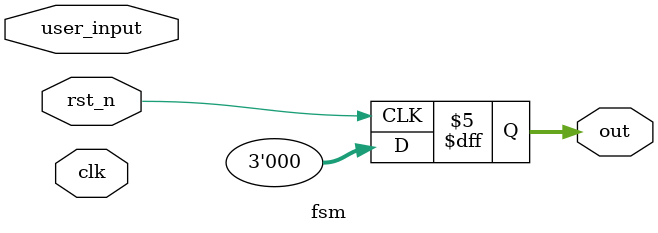
<source format=v>
module fsm(out, user_input, clk, rst_n);

input [2:0] user_input;
input clk, rst_n;
output reg [2:0] out;
reg [1:0] state_reg,state_next;

//sequential part
always @ (posedge clk or negedge rst_n )
    begin
        if (!rst_n)
        state_reg <= 2'h0;
        else
        state_reg <= state_next;
    end

//next state and output logic
//-copilot next line-
//copilot mean_prob: 0.5414071656860158

always @(posedge rst_n) begin
    if (rst_n)
        out <= (2'h0);
    else
        out <= (state_reg[1:0] & user_input);
end


endmodule
</source>
